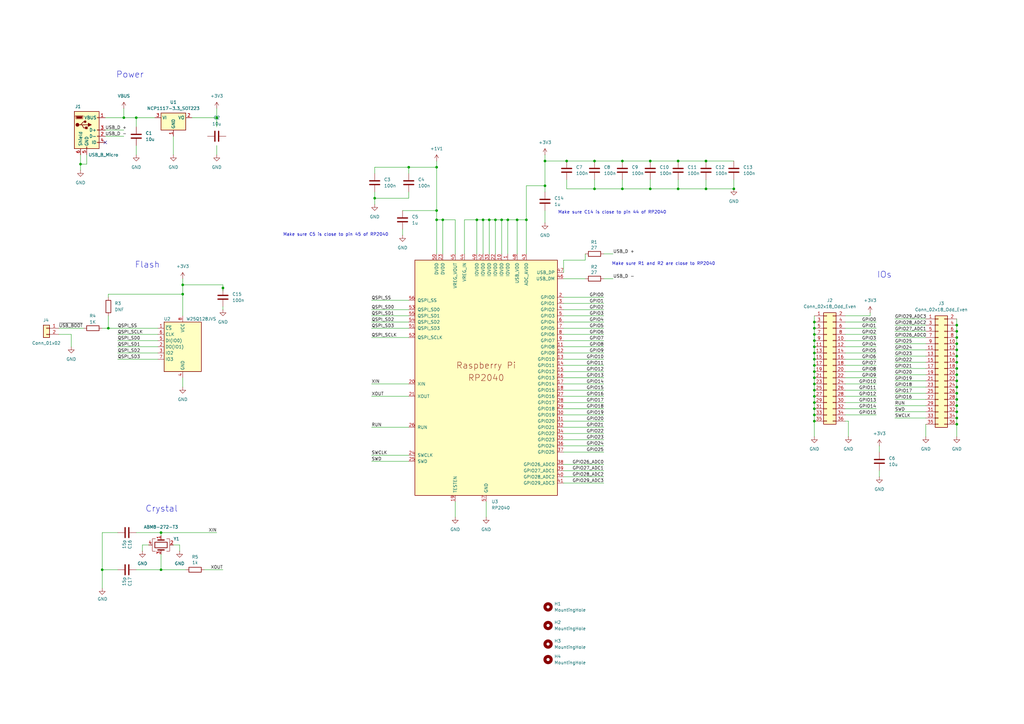
<source format=kicad_sch>
(kicad_sch (version 20231120) (generator "eeschema") (generator_version "8.0")
  (paper "A3")
  (title_block (title "RP2040 Test Build") (date "2025-06-22") (rev "REV1") (company "Retrofactory"))
  (lib_symbols
    (symbol "Connector:USB_B_Micro" (pin_names (offset 1.016))
      (property "Reference" "J" (at -5.08 11.43 0))
      (property "Value" "USB_B_Micro" (at -5.08 8.89 0))
      (symbol "USB_B_Micro_1_1"
        (pin power_out line (at 7.62 5.08 180) (length 2.54) (name "VBUS") (number "1"))
        (pin bidirectional line (at 7.62 -2.54 180) (length 2.54) (name "D-") (number "2"))
        (pin bidirectional line (at 7.62 0 180) (length 2.54) (name "D+") (number "3"))
        (pin passive line (at 7.62 -5.08 180) (length 2.54) (name "ID") (number "4"))
        (pin power_out line (at 0 -10.16 90) (length 2.54) (name "GND") (number "5"))
        (pin passive line (at -2.54 -10.16 90) (length 2.54) (name "Shield") (number "6"))
      )
    )
    (symbol "Connector_Generic:Conn_01x02" (pin_names (offset 1.016) hide)
      (property "Reference" "J" (at 0 2.54 0))
      (property "Value" "Conn_01x02" (at 0 -5.08 0))
      (symbol "Conn_01x02_1_1"
        (pin passive line (at -5.08 0 0) (length 3.81) (name "Pin_1") (number "1"))
        (pin passive line (at -5.08 -2.54 0) (length 3.81) (name "Pin_2") (number "2"))
      )
    )
    (symbol "Connector_Generic:Conn_02x18_Odd_Even" (pin_names (offset 1.016) hide)
      (property "Reference" "J" (at 1.27 22.86 0))
      (property "Value" "Conn_02x18_Odd_Even" (at 1.27 -25.4 0))
      (symbol "Conn_02x18_Odd_Even_1_1"
        (pin passive line (at -5.08 20.32 0) (length 3.81) (name "Pin_1") (number "1"))
        (pin passive line (at 7.62 10.16 180) (length 3.81) (name "Pin_10") (number "10"))
        (pin passive line (at -5.08 7.62 0) (length 3.81) (name "Pin_11") (number "11"))
        (pin passive line (at 7.62 7.62 180) (length 3.81) (name "Pin_12") (number "12"))
        (pin passive line (at -5.08 5.08 0) (length 3.81) (name "Pin_13") (number "13"))
        (pin passive line (at 7.62 5.08 180) (length 3.81) (name "Pin_14") (number "14"))
        (pin passive line (at -5.08 2.54 0) (length 3.81) (name "Pin_15") (number "15"))
        (pin passive line (at 7.62 2.54 180) (length 3.81) (name "Pin_16") (number "16"))
        (pin passive line (at -5.08 0 0) (length 3.81) (name "Pin_17") (number "17"))
        (pin passive line (at 7.62 0 180) (length 3.81) (name "Pin_18") (number "18"))
        (pin passive line (at -5.08 -2.54 0) (length 3.81) (name "Pin_19") (number "19"))
        (pin passive line (at 7.62 20.32 180) (length 3.81) (name "Pin_2") (number "2"))
        (pin passive line (at 7.62 -2.54 180) (length 3.81) (name "Pin_20") (number "20"))
        (pin passive line (at -5.08 -5.08 0) (length 3.81) (name "Pin_21") (number "21"))
        (pin passive line (at 7.62 -5.08 180) (length 3.81) (name "Pin_22") (number "22"))
        (pin passive line (at -5.08 -7.62 0) (length 3.81) (name "Pin_23") (number "23"))
        (pin passive line (at 7.62 -7.62 180) (length 3.81) (name "Pin_24") (number "24"))
        (pin passive line (at -5.08 -10.16 0) (length 3.81) (name "Pin_25") (number "25"))
        (pin passive line (at 7.62 -10.16 180) (length 3.81) (name "Pin_26") (number "26"))
        (pin passive line (at -5.08 -12.7 0) (length 3.81) (name "Pin_27") (number "27"))
        (pin passive line (at 7.62 -12.7 180) (length 3.81) (name "Pin_28") (number "28"))
        (pin passive line (at -5.08 -15.24 0) (length 3.81) (name "Pin_29") (number "29"))
        (pin passive line (at -5.08 17.78 0) (length 3.81) (name "Pin_3") (number "3"))
        (pin passive line (at 7.62 -15.24 180) (length 3.81) (name "Pin_30") (number "30"))
        (pin passive line (at -5.08 -17.78 0) (length 3.81) (name "Pin_31") (number "31"))
        (pin passive line (at 7.62 -17.78 180) (length 3.81) (name "Pin_32") (number "32"))
        (pin passive line (at -5.08 -20.32 0) (length 3.81) (name "Pin_33") (number "33"))
        (pin passive line (at 7.62 -20.32 180) (length 3.81) (name "Pin_34") (number "34"))
        (pin passive line (at -5.08 -22.86 0) (length 3.81) (name "Pin_35") (number "35"))
        (pin passive line (at 7.62 -22.86 180) (length 3.81) (name "Pin_36") (number "36"))
        (pin passive line (at 7.62 17.78 180) (length 3.81) (name "Pin_4") (number "4"))
        (pin passive line (at -5.08 15.24 0) (length 3.81) (name "Pin_5") (number "5"))
        (pin passive line (at 7.62 15.24 180) (length 3.81) (name "Pin_6") (number "6"))
        (pin passive line (at -5.08 12.7 0) (length 3.81) (name "Pin_7") (number "7"))
        (pin passive line (at 7.62 12.7 180) (length 3.81) (name "Pin_8") (number "8"))
        (pin passive line (at -5.08 10.16 0) (length 3.81) (name "Pin_9") (number "9"))
      )
    )
    (symbol "Device:C" (pin_numbers hide) (pin_names (offset 0.254))
      (property "Reference" "C" (at 0.635 2.54 0))
      (property "Value" "C" (at 0.635 -2.54 0))
      (symbol "C_1_1"
        (pin passive line (at 0 3.81 270) (length 2.794) (name "~") (number "1"))
        (pin passive line (at 0 -3.81 90) (length 2.794) (name "~") (number "2"))
      )
    )
    (symbol "Device:Crystal_GND24" (pin_names (offset 1.016) hide)
      (property "Reference" "Y1" (at -2.54 5.08 90))
      (property "Value" "ABM8-272-T3" (at -7.62 -6.35 90))
      (symbol "Crystal_GND24_1_1"
        (pin passive line (at -3.81 0 0) (length 1.27) (name "1") (number "1"))
        (pin passive line (at 0 5.08 270) (length 1.27) (name "2") (number "2"))
        (pin passive line (at 3.81 0 180) (length 1.27) (name "3") (number "3"))
        (pin passive line (at 0 -5.08 90) (length 1.27) (name "4") (number "4"))
      )
    )
    (symbol "Device:R" (pin_numbers hide) (pin_names (offset 0))
      (property "Reference" "R" (at 2.032 0 90))
      (property "Value" "R" (at 0 0 90))
      (symbol "R_1_1"
        (pin passive line (at 0 3.81 270) (length 1.27) (name "~") (number "1"))
        (pin passive line (at 0 -3.81 90) (length 1.27) (name "~") (number "2"))
      )
    )
    (symbol "Mechanical:MountingHole" (pin_names (offset 1.016)) (exclude_from_sim yes) (in_bom no)
      (property "Reference" "H" (at 0 5.08 0))
      (property "Value" "MountingHole" (at 0 3.175 0))
    )
    (symbol "Memory_Flash:W25Q128JVS"
      (property "Reference" "U" (at -6.35 11.43 0))
      (property "Value" "W25Q128JVS" (at 7.62 11.43 0))
      (symbol "W25Q128JVS_1_1"
        (pin input line (at -10.16 7.62 0) (length 2.54) (name "~{CS}") (number "1"))
        (pin bidirectional line (at -10.16 0 0) (length 2.54) (name "DO(IO1)") (number "2"))
        (pin bidirectional line (at -10.16 -2.54 0) (length 2.54) (name "IO2") (number "3"))
        (pin power_in line (at 0 -12.7 90) (length 2.54) (name "GND") (number "4"))
        (pin bidirectional line (at -10.16 2.54 0) (length 2.54) (name "DI(IO0)") (number "5"))
        (pin input line (at -10.16 5.08 0) (length 2.54) (name "CLK") (number "6"))
        (pin bidirectional line (at -10.16 -5.08 0) (length 2.54) (name "IO3") (number "7"))
        (pin power_in line (at 0 12.7 270) (length 2.54) (name "VCC") (number "8"))
      )
    )
    (symbol "RP2040_MCU_New:RP2040" (pin_names (offset 1.016))
      (property "Reference" "U2" (at -27.94 49.53 0))
      (property "Value" "RP2040" (at 24.13 -50.8 0))
      (symbol "RP2040_0_0"
        (text "Raspberry Pi" (at 0 5.08 0) (effects (font (size 2.54 2.54))))
        (text "RP2040" (at 0 0 0) (effects (font (size 2.54 2.54))))
      )
      (symbol "RP2040_1_1"
        (pin power_in line (at 8.89 50.8 270) (length 2.54) (name "IOVDD") (number "1"))
        (pin power_in line (at 6.35 50.8 270) (length 2.54) (name "IOVDD") (number "10"))
        (pin bidirectional line (at 31.75 12.7 180) (length 2.54) (name "GPIO8") (number "11"))
        (pin bidirectional line (at 31.75 10.16 180) (length 2.54) (name "GPIO9") (number "12"))
        (pin bidirectional line (at 31.75 7.62 180) (length 2.54) (name "GPIO10") (number "13"))
        (pin bidirectional line (at 31.75 5.08 180) (length 2.54) (name "GPIO11") (number "14"))
        (pin bidirectional line (at 31.75 2.54 180) (length 2.54) (name "GPIO12") (number "15"))
        (pin bidirectional line (at 31.75 0 180) (length 2.54) (name "GPIO13") (number "16"))
        (pin bidirectional line (at 31.75 -2.54 180) (length 2.54) (name "GPIO14") (number "17"))
        (pin bidirectional line (at 31.75 -5.08 180) (length 2.54) (name "GPIO15") (number "18"))
        (pin passive line (at -12.7 -50.8 90) (length 2.54) (name "TESTEN") (number "19"))
        (pin bidirectional line (at 31.75 33.02 180) (length 2.54) (name "GPIO0") (number "2"))
        (pin input line (at -31.75 -2.54 0) (length 2.54) (name "XIN") (number "20"))
        (pin passive line (at -31.75 -7.62 0) (length 2.54) (name "XOUT") (number "21"))
        (pin power_in line (at 3.81 50.8 270) (length 2.54) (name "IOVDD") (number "22"))
        (pin power_in line (at -17.78 50.8 270) (length 2.54) (name "DVDD") (number "23"))
        (pin output line (at -31.75 -31.75 0) (length 2.54) (name "SWCLK") (number "24"))
        (pin bidirectional line (at -31.75 -34.29 0) (length 2.54) (name "SWD") (number "25"))
        (pin input line (at -31.75 -20.32 0) (length 2.54) (name "RUN") (number "26"))
        (pin bidirectional line (at 31.75 -7.62 180) (length 2.54) (name "GPIO16") (number "27"))
        (pin bidirectional line (at 31.75 -10.16 180) (length 2.54) (name "GPIO17") (number "28"))
        (pin bidirectional line (at 31.75 -12.7 180) (length 2.54) (name "GPIO18") (number "29"))
        (pin bidirectional line (at 31.75 30.48 180) (length 2.54) (name "GPIO1") (number "3"))
        (pin bidirectional line (at 31.75 -15.24 180) (length 2.54) (name "GPIO19") (number "30"))
        (pin bidirectional line (at 31.75 -17.78 180) (length 2.54) (name "GPIO20") (number "31"))
        (pin bidirectional line (at 31.75 -20.32 180) (length 2.54) (name "GPIO21") (number "32"))
        (pin power_in line (at 1.27 50.8 270) (length 2.54) (name "IOVDD") (number "33"))
        (pin bidirectional line (at 31.75 -22.86 180) (length 2.54) (name "GPIO22") (number "34"))
        (pin bidirectional line (at 31.75 -25.4 180) (length 2.54) (name "GPIO23") (number "35"))
        (pin bidirectional line (at 31.75 -27.94 180) (length 2.54) (name "GPIO24") (number "36"))
        (pin bidirectional line (at 31.75 -30.48 180) (length 2.54) (name "GPIO25") (number "37"))
        (pin bidirectional line (at 31.75 -35.56 180) (length 2.54) (name "GPIO26_ADC0") (number "38"))
        (pin bidirectional line (at 31.75 -38.1 180) (length 2.54) (name "GPIO27_ADC1") (number "39"))
        (pin bidirectional line (at 31.75 27.94 180) (length 2.54) (name "GPIO2") (number "4"))
        (pin bidirectional line (at 31.75 -40.64 180) (length 2.54) (name "GPIO28_ADC2") (number "40"))
        (pin bidirectional line (at 31.75 -43.18 180) (length 2.54) (name "GPIO29_ADC3") (number "41"))
        (pin power_in line (at -1.27 50.8 270) (length 2.54) (name "IOVDD") (number "42"))
        (pin power_in line (at 16.51 50.8 270) (length 2.54) (name "ADC_AVDD") (number "43"))
        (pin power_in line (at -8.89 50.8 270) (length 2.54) (name "VREG_IN") (number "44"))
        (pin power_out line (at -12.7 50.8 270) (length 2.54) (name "VREG_VOUT") (number "45"))
        (pin bidirectional line (at 31.75 40.64 180) (length 2.54) (name "USB_DM") (number "46"))
        (pin bidirectional line (at 31.75 43.18 180) (length 2.54) (name "USB_DP") (number "47"))
        (pin power_in line (at 12.7 50.8 270) (length 2.54) (name "USB_VDD") (number "48"))
        (pin power_in line (at -3.81 50.8 270) (length 2.54) (name "IOVDD") (number "49"))
        (pin bidirectional line (at 31.75 25.4 180) (length 2.54) (name "GPIO3") (number "5"))
        (pin power_in line (at -20.32 50.8 270) (length 2.54) (name "DVDD") (number "50"))
        (pin bidirectional line (at -31.75 20.32 0) (length 2.54) (name "QSPI_SD3") (number "51"))
        (pin output line (at -31.75 16.51 0) (length 2.54) (name "QSPI_SCLK") (number "52"))
        (pin bidirectional line (at -31.75 27.94 0) (length 2.54) (name "QSPI_SD0") (number "53"))
        (pin bidirectional line (at -31.75 22.86 0) (length 2.54) (name "QSPI_SD2") (number "54"))
        (pin bidirectional line (at -31.75 25.4 0) (length 2.54) (name "QSPI_SD1") (number "55"))
        (pin bidirectional line (at -31.75 31.75 0) (length 2.54) (name "QSPI_SS") (number "56"))
        (pin power_in line (at 0 -50.8 90) (length 2.54) (name "GND") (number "57"))
        (pin bidirectional line (at 31.75 22.86 180) (length 2.54) (name "GPIO4") (number "6"))
        (pin bidirectional line (at 31.75 20.32 180) (length 2.54) (name "GPIO5") (number "7"))
        (pin bidirectional line (at 31.75 17.78 180) (length 2.54) (name "GPIO6") (number "8"))
        (pin bidirectional line (at 31.75 15.24 180) (length 2.54) (name "GPIO7") (number "9"))
      )
    )
    (symbol "Regulator_Linear:NCP1117-3.3_SOT223"
      (property "Reference" "U" (at -3.81 3.175 0))
      (property "Value" "NCP1117-3.3_SOT223" (at 0 3.175 0))
      (symbol "NCP1117-3.3_SOT223_1_1"
        (pin power_in line (at 0 -7.62 90) (length 2.54) (name "GND") (number "1"))
        (pin power_out line (at 7.62 0 180) (length 2.54) (name "VO") (number "2"))
        (pin power_in line (at -7.62 0 0) (length 2.54) (name "VI") (number "3"))
      )
    )
    (symbol "power:GND" (power) (pin_numbers hide) (pin_names (offset 0) hide)
      (property "Value" "GND" (at 0 -3.81 0))
      (symbol "GND_1_1"
        (pin power_in line (at 0 0 270) (length 0) (name "~") (number "1"))
      )
    )
    (symbol "power:VBUS" (power) (pin_numbers hide) (pin_names (offset 0) hide)
      (property "Value" "VBUS" (at 0 3.556 0))
      (symbol "VBUS_1_1"
        (pin power_in line (at 0 0 90) (length 0) (name "~") (number "1"))
      )
    )
  )
  (junction (at 334.01 137.16))
  (junction (at 392.43 133.35))
  (junction (at 392.43 151.13))
  (junction (at 66.04 233.68))
  (junction (at 392.43 135.89))
  (junction (at 198.12 90.17))
  (junction (at 255.27 66.04))
  (junction (at 334.01 165.1))
  (junction (at 334.01 144.78))
  (junction (at 179.07 90.17))
  (junction (at 289.56 66.04))
  (junction (at 179.07 86.36))
  (junction (at 392.43 148.59))
  (junction (at 334.01 170.18))
  (junction (at 392.43 173.99))
  (junction (at 255.27 77.47))
  (junction (at 195.58 90.17))
  (junction (at 232.41 66.04))
  (junction (at 243.84 77.47))
  (junction (at 334.01 132.08))
  (junction (at 266.7 77.47))
  (junction (at 392.43 156.21))
  (junction (at 392.43 158.75))
  (junction (at 334.01 172.72))
  (junction (at 266.7 66.04))
  (junction (at 203.2 90.17))
  (junction (at 392.43 171.45))
  (junction (at 243.84 66.04))
  (junction (at 334.01 162.56))
  (junction (at 334.01 147.32))
  (junction (at 153.67 81.28))
  (junction (at 205.74 90.17))
  (junction (at 278.13 66.04))
  (junction (at 392.43 138.43))
  (junction (at 392.43 166.37))
  (junction (at 289.56 77.47))
  (junction (at 334.01 157.48))
  (junction (at 66.04 218.44))
  (junction (at 200.66 90.17))
  (junction (at 215.9 90.17))
  (junction (at 41.91 233.68))
  (junction (at 223.52 66.04))
  (junction (at 334.01 134.62))
  (junction (at 392.43 140.97))
  (junction (at 334.01 149.86))
  (junction (at 50.8 48.26))
  (junction (at 212.09 90.17))
  (junction (at 334.01 160.02))
  (junction (at 392.43 161.29))
  (junction (at 74.93 116.84))
  (junction (at 392.43 153.67))
  (junction (at 88.9 48.26))
  (junction (at 334.01 167.64))
  (junction (at 44.45 134.62))
  (junction (at 181.61 90.17))
  (junction (at 334.01 154.94))
  (junction (at 167.64 68.58))
  (junction (at 223.52 76.2))
  (junction (at 334.01 142.24))
  (junction (at 392.43 143.51))
  (junction (at 91.44 118.11))
  (junction (at 392.43 168.91))
  (junction (at 278.13 77.47))
  (junction (at 334.01 139.7))
  (junction (at 74.93 120.65))
  (junction (at 334.01 152.4))
  (junction (at 55.88 48.26))
  (junction (at 33.02 67.31))
  (junction (at 392.43 163.83))
  (junction (at 179.07 68.58))
  (junction (at 208.28 90.17))
  (junction (at 300.99 77.47))
  (junction (at 392.43 146.05))
  (no_connect (at 43.18 58.42))
  (wire (pts (xy 152.4 157.48) (xy 167.64 157.48)))
  (wire (pts (xy 359.41 170.18) (xy 346.71 170.18)))
  (wire (pts (xy 64.77 147.32) (xy 48.26 147.32)))
  (wire (pts (xy 55.88 52.07) (xy 55.88 48.26)))
  (wire (pts (xy 64.77 139.7) (xy 48.26 139.7)))
  (wire (pts (xy 359.41 154.94) (xy 346.71 154.94)))
  (wire (pts (xy 231.14 193.04) (xy 247.65 193.04)))
  (wire (pts (xy 360.68 182.88) (xy 360.68 185.42)))
  (wire (pts (xy 359.41 132.08) (xy 346.71 132.08)))
  (wire (pts (xy 152.4 162.56) (xy 167.64 162.56)))
  (wire (pts (xy 392.43 140.97) (xy 392.43 143.51)))
  (wire (pts (xy 231.14 129.54) (xy 247.65 129.54)))
  (wire (pts (xy 334.01 170.18) (xy 334.01 172.72)))
  (wire (pts (xy 334.01 144.78) (xy 334.01 147.32)))
  (wire (pts (xy 379.73 173.99) (xy 379.73 179.07)))
  (wire (pts (xy 205.74 90.17) (xy 205.74 104.14)))
  (wire (pts (xy 359.41 142.24) (xy 346.71 142.24)))
  (wire (pts (xy 91.44 118.11) (xy 91.44 116.84)))
  (wire (pts (xy 152.4 129.54) (xy 167.64 129.54)))
  (wire (pts (xy 198.12 90.17) (xy 200.66 90.17)))
  (wire (pts (xy 231.14 149.86) (xy 247.65 149.86)))
  (wire (pts (xy 91.44 116.84) (xy 74.93 116.84)))
  (wire (pts (xy 334.01 134.62) (xy 334.01 137.16)))
  (wire (pts (xy 167.64 68.58) (xy 179.07 68.58)))
  (wire (pts (xy 73.66 223.52) (xy 73.66 226.06)))
  (wire (pts (xy 392.43 148.59) (xy 392.43 151.13)))
  (wire (pts (xy 33.02 63.5) (xy 33.02 67.31)))
  (wire (pts (xy 300.99 73.66) (xy 300.99 77.47)))
  (wire (pts (xy 231.14 167.64) (xy 247.65 167.64)))
  (wire (pts (xy 334.01 147.32) (xy 334.01 149.86)))
  (wire (pts (xy 247.65 104.14) (xy 251.46 104.14)))
  (wire (pts (xy 231.14 160.02) (xy 247.65 160.02)))
  (wire (pts (xy 231.14 172.72) (xy 247.65 172.72)))
  (wire (pts (xy 205.74 90.17) (xy 208.28 90.17)))
  (wire (pts (xy 167.64 78.74) (xy 167.64 81.28)))
  (wire (pts (xy 41.91 233.68) (xy 48.26 233.68)))
  (wire (pts (xy 231.14 106.68) (xy 231.14 111.76)))
  (wire (pts (xy 74.93 116.84) (xy 74.93 120.65)))
  (wire (pts (xy 379.73 153.67) (xy 367.03 153.67)))
  (wire (pts (xy 392.43 171.45) (xy 392.43 173.99)))
  (wire (pts (xy 231.14 177.8) (xy 247.65 177.8)))
  (wire (pts (xy 231.14 165.1) (xy 247.65 165.1)))
  (wire (pts (xy 359.41 149.86) (xy 346.71 149.86)))
  (wire (pts (xy 64.77 142.24) (xy 48.26 142.24)))
  (wire (pts (xy 152.4 134.62) (xy 167.64 134.62)))
  (wire (pts (xy 50.8 48.26) (xy 55.88 48.26)))
  (wire (pts (xy 359.41 160.02) (xy 346.71 160.02)))
  (wire (pts (xy 232.41 77.47) (xy 243.84 77.47)))
  (wire (pts (xy 74.93 120.65) (xy 74.93 129.54)))
  (wire (pts (xy 247.65 114.3) (xy 251.46 114.3)))
  (wire (pts (xy 360.68 193.04) (xy 360.68 195.58)))
  (wire (pts (xy 278.13 73.66) (xy 278.13 77.47)))
  (wire (pts (xy 29.21 137.16) (xy 29.21 142.24)))
  (wire (pts (xy 334.01 172.72) (xy 334.01 179.07)))
  (wire (pts (xy 243.84 77.47) (xy 255.27 77.47)))
  (wire (pts (xy 231.14 124.46) (xy 247.65 124.46)))
  (wire (pts (xy 88.9 59.69) (xy 88.9 63.5)))
  (wire (pts (xy 55.88 48.26) (xy 63.5 48.26)))
  (wire (pts (xy 379.73 140.97) (xy 367.03 140.97)))
  (wire (pts (xy 392.43 135.89) (xy 392.43 138.43)))
  (wire (pts (xy 231.14 185.42) (xy 247.65 185.42)))
  (wire (pts (xy 66.04 218.44) (xy 88.9 218.44)))
  (wire (pts (xy 231.14 132.08) (xy 247.65 132.08)))
  (wire (pts (xy 181.61 90.17) (xy 179.07 90.17)))
  (wire (pts (xy 334.01 152.4) (xy 334.01 154.94)))
  (wire (pts (xy 44.45 134.62) (xy 64.77 134.62)))
  (wire (pts (xy 392.43 158.75) (xy 392.43 161.29)))
  (wire (pts (xy 255.27 77.47) (xy 266.7 77.47)))
  (wire (pts (xy 195.58 90.17) (xy 198.12 90.17)))
  (wire (pts (xy 231.14 190.5) (xy 247.65 190.5)))
  (wire (pts (xy 266.7 73.66) (xy 266.7 77.47)))
  (wire (pts (xy 152.4 127) (xy 167.64 127)))
  (wire (pts (xy 152.4 186.69) (xy 167.64 186.69)))
  (wire (pts (xy 392.43 166.37) (xy 392.43 168.91)))
  (wire (pts (xy 347.98 172.72) (xy 347.98 179.07)))
  (wire (pts (xy 231.14 195.58) (xy 247.65 195.58)))
  (wire (pts (xy 231.14 154.94) (xy 247.65 154.94)))
  (wire (pts (xy 379.73 156.21) (xy 367.03 156.21)))
  (wire (pts (xy 379.73 148.59) (xy 367.03 148.59)))
  (wire (pts (xy 392.43 143.51) (xy 392.43 146.05)))
  (wire (pts (xy 223.52 63.5) (xy 223.52 66.04)))
  (wire (pts (xy 215.9 76.2) (xy 223.52 76.2)))
  (wire (pts (xy 153.67 68.58) (xy 167.64 68.58)))
  (wire (pts (xy 60.96 223.52) (xy 58.42 223.52)))
  (wire (pts (xy 41.91 134.62) (xy 44.45 134.62)))
  (wire (pts (xy 44.45 120.65) (xy 74.93 120.65)))
  (wire (pts (xy 199.39 205.74) (xy 199.39 212.09)))
  (wire (pts (xy 278.13 66.04) (xy 289.56 66.04)))
  (wire (pts (xy 232.41 73.66) (xy 232.41 77.47)))
  (wire (pts (xy 212.09 90.17) (xy 212.09 104.14)))
  (wire (pts (xy 153.67 78.74) (xy 153.67 81.28)))
  (wire (pts (xy 231.14 147.32) (xy 247.65 147.32)))
  (wire (pts (xy 66.04 227.33) (xy 66.04 233.68)))
  (wire (pts (xy 231.14 106.68) (xy 240.03 106.68)))
  (wire (pts (xy 334.01 167.64) (xy 334.01 170.18)))
  (wire (pts (xy 379.73 146.05) (xy 367.03 146.05)))
  (wire (pts (xy 231.14 114.3) (xy 240.03 114.3)))
  (wire (pts (xy 152.4 132.08) (xy 167.64 132.08)))
  (wire (pts (xy 356.87 129.54) (xy 356.87 128.27)))
  (wire (pts (xy 255.27 73.66) (xy 255.27 77.47)))
  (wire (pts (xy 179.07 66.04) (xy 179.07 68.58)))
  (wire (pts (xy 334.01 132.08) (xy 334.01 134.62)))
  (wire (pts (xy 379.73 143.51) (xy 367.03 143.51)))
  (wire (pts (xy 198.12 90.17) (xy 198.12 104.14)))
  (wire (pts (xy 379.73 171.45) (xy 367.03 171.45)))
  (wire (pts (xy 71.12 223.52) (xy 73.66 223.52)))
  (wire (pts (xy 215.9 90.17) (xy 215.9 104.14)))
  (wire (pts (xy 379.73 158.75) (xy 367.03 158.75)))
  (wire (pts (xy 153.67 68.58) (xy 153.67 71.12)))
  (wire (pts (xy 231.14 144.78) (xy 247.65 144.78)))
  (wire (pts (xy 24.13 134.62) (xy 34.29 134.62)))
  (wire (pts (xy 41.91 233.68) (xy 41.91 241.3)))
  (wire (pts (xy 334.01 137.16) (xy 334.01 139.7)))
  (wire (pts (xy 334.01 160.02) (xy 334.01 162.56)))
  (wire (pts (xy 392.43 138.43) (xy 392.43 140.97)))
  (wire (pts (xy 186.69 90.17) (xy 181.61 90.17)))
  (wire (pts (xy 35.56 63.5) (xy 35.56 67.31)))
  (wire (pts (xy 66.04 233.68) (xy 76.2 233.68)))
  (wire (pts (xy 44.45 129.54) (xy 44.45 134.62)))
  (wire (pts (xy 43.18 55.88) (xy 50.8 55.88)))
  (wire (pts (xy 231.14 157.48) (xy 247.65 157.48)))
  (wire (pts (xy 179.07 68.58) (xy 179.07 86.36)))
  (wire (pts (xy 165.1 86.36) (xy 179.07 86.36)))
  (wire (pts (xy 392.43 153.67) (xy 392.43 156.21)))
  (wire (pts (xy 334.01 157.48) (xy 334.01 160.02)))
  (wire (pts (xy 346.71 172.72) (xy 347.98 172.72)))
  (wire (pts (xy 392.43 133.35) (xy 392.43 135.89)))
  (wire (pts (xy 379.73 135.89) (xy 367.03 135.89)))
  (wire (pts (xy 152.4 138.43) (xy 167.64 138.43)))
  (wire (pts (xy 392.43 161.29) (xy 392.43 163.83)))
  (wire (pts (xy 200.66 90.17) (xy 200.66 104.14)))
  (wire (pts (xy 392.43 163.83) (xy 392.43 166.37)))
  (wire (pts (xy 240.03 106.68) (xy 240.03 104.14)))
  (wire (pts (xy 379.73 161.29) (xy 367.03 161.29)))
  (wire (pts (xy 43.18 53.34) (xy 50.8 53.34)))
  (wire (pts (xy 346.71 129.54) (xy 356.87 129.54)))
  (wire (pts (xy 379.73 151.13) (xy 367.03 151.13)))
  (wire (pts (xy 392.43 156.21) (xy 392.43 158.75)))
  (wire (pts (xy 359.41 147.32) (xy 346.71 147.32)))
  (wire (pts (xy 266.7 66.04) (xy 278.13 66.04)))
  (wire (pts (xy 58.42 223.52) (xy 58.42 226.06)))
  (wire (pts (xy 181.61 104.14) (xy 181.61 90.17)))
  (wire (pts (xy 392.43 173.99) (xy 392.43 179.07)))
  (wire (pts (xy 243.84 66.04) (xy 255.27 66.04)))
  (wire (pts (xy 379.73 133.35) (xy 367.03 133.35)))
  (wire (pts (xy 64.77 144.78) (xy 48.26 144.78)))
  (wire (pts (xy 334.01 129.54) (xy 334.01 132.08)))
  (wire (pts (xy 55.88 233.68) (xy 66.04 233.68)))
  (wire (pts (xy 215.9 90.17) (xy 215.9 76.2)))
  (wire (pts (xy 231.14 142.24) (xy 247.65 142.24)))
  (wire (pts (xy 231.14 127) (xy 247.65 127)))
  (wire (pts (xy 223.52 76.2) (xy 223.52 78.74)))
  (wire (pts (xy 78.74 48.26) (xy 88.9 48.26)))
  (wire (pts (xy 44.45 120.65) (xy 44.45 121.92)))
  (wire (pts (xy 359.41 157.48) (xy 346.71 157.48)))
  (wire (pts (xy 289.56 73.66) (xy 289.56 77.47)))
  (wire (pts (xy 231.14 198.12) (xy 247.65 198.12)))
  (wire (pts (xy 266.7 77.47) (xy 278.13 77.47)))
  (wire (pts (xy 48.26 137.16) (xy 64.77 137.16)))
  (wire (pts (xy 24.13 137.16) (xy 29.21 137.16)))
  (wire (pts (xy 165.1 93.98) (xy 165.1 96.52)))
  (wire (pts (xy 190.5 90.17) (xy 195.58 90.17)))
  (wire (pts (xy 231.14 137.16) (xy 247.65 137.16)))
  (wire (pts (xy 379.73 166.37) (xy 367.03 166.37)))
  (wire (pts (xy 231.14 175.26) (xy 247.65 175.26)))
  (wire (pts (xy 153.67 81.28) (xy 153.67 83.82)))
  (wire (pts (xy 334.01 162.56) (xy 334.01 165.1)))
  (wire (pts (xy 289.56 77.47) (xy 300.99 77.47)))
  (wire (pts (xy 231.14 134.62) (xy 247.65 134.62)))
  (wire (pts (xy 392.43 146.05) (xy 392.43 148.59)))
  (wire (pts (xy 186.69 205.74) (xy 186.69 212.09)))
  (wire (pts (xy 379.73 130.81) (xy 367.03 130.81)))
  (wire (pts (xy 255.27 66.04) (xy 266.7 66.04)))
  (wire (pts (xy 359.41 162.56) (xy 346.71 162.56)))
  (wire (pts (xy 359.41 165.1) (xy 346.71 165.1)))
  (wire (pts (xy 83.82 233.68) (xy 91.44 233.68)))
  (wire (pts (xy 223.52 66.04) (xy 232.41 66.04)))
  (wire (pts (xy 167.64 68.58) (xy 167.64 71.12)))
  (wire (pts (xy 33.02 67.31) (xy 35.56 67.31)))
  (wire (pts (xy 334.01 165.1) (xy 334.01 167.64)))
  (wire (pts (xy 195.58 104.14) (xy 195.58 90.17)))
  (wire (pts (xy 152.4 123.19) (xy 167.64 123.19)))
  (wire (pts (xy 74.93 154.94) (xy 74.93 158.75)))
  (wire (pts (xy 41.91 218.44) (xy 41.91 233.68)))
  (wire (pts (xy 359.41 134.62) (xy 346.71 134.62)))
  (wire (pts (xy 334.01 142.24) (xy 334.01 144.78)))
  (wire (pts (xy 208.28 90.17) (xy 208.28 104.14)))
  (wire (pts (xy 223.52 66.04) (xy 223.52 76.2)))
  (wire (pts (xy 88.9 48.26) (xy 88.9 52.07)))
  (wire (pts (xy 334.01 154.94) (xy 334.01 157.48)))
  (wire (pts (xy 55.88 59.69) (xy 55.88 63.5)))
  (wire (pts (xy 203.2 90.17) (xy 203.2 104.14)))
  (wire (pts (xy 223.52 86.36) (xy 223.52 91.44)))
  (wire (pts (xy 379.73 168.91) (xy 367.03 168.91)))
  (wire (pts (xy 231.14 170.18) (xy 247.65 170.18)))
  (wire (pts (xy 334.01 149.86) (xy 334.01 152.4)))
  (wire (pts (xy 66.04 218.44) (xy 66.04 219.71)))
  (wire (pts (xy 232.41 66.04) (xy 243.84 66.04)))
  (wire (pts (xy 392.43 168.91) (xy 392.43 171.45)))
  (wire (pts (xy 379.73 138.43) (xy 367.03 138.43)))
  (wire (pts (xy 43.18 48.26) (xy 50.8 48.26)))
  (wire (pts (xy 212.09 90.17) (xy 215.9 90.17)))
  (wire (pts (xy 243.84 73.66) (xy 243.84 77.47)))
  (wire (pts (xy 231.14 180.34) (xy 247.65 180.34)))
  (wire (pts (xy 190.5 104.14) (xy 190.5 90.17)))
  (wire (pts (xy 152.4 175.26) (xy 167.64 175.26)))
  (wire (pts (xy 334.01 139.7) (xy 334.01 142.24)))
  (wire (pts (xy 231.14 139.7) (xy 247.65 139.7)))
  (wire (pts (xy 203.2 90.17) (xy 205.74 90.17)))
  (wire (pts (xy 48.26 218.44) (xy 41.91 218.44)))
  (wire (pts (xy 179.07 86.36) (xy 179.07 90.17)))
  (wire (pts (xy 200.66 90.17) (xy 203.2 90.17)))
  (wire (pts (xy 359.41 137.16) (xy 346.71 137.16)))
  (wire (pts (xy 278.13 77.47) (xy 289.56 77.47)))
  (wire (pts (xy 179.07 90.17) (xy 179.07 104.14)))
  (wire (pts (xy 88.9 44.45) (xy 88.9 48.26)))
  (wire (pts (xy 208.28 90.17) (xy 212.09 90.17)))
  (wire (pts (xy 379.73 163.83) (xy 367.03 163.83)))
  (wire (pts (xy 152.4 189.23) (xy 167.64 189.23)))
  (wire (pts (xy 231.14 121.92) (xy 247.65 121.92)))
  (wire (pts (xy 359.41 139.7) (xy 346.71 139.7)))
  (wire (pts (xy 91.44 125.73) (xy 91.44 127)))
  (wire (pts (xy 55.88 218.44) (xy 66.04 218.44)))
  (wire (pts (xy 392.43 151.13) (xy 392.43 153.67)))
  (wire (pts (xy 359.41 167.64) (xy 346.71 167.64)))
  (wire (pts (xy 359.41 152.4) (xy 346.71 152.4)))
  (wire (pts (xy 71.12 55.88) (xy 71.12 63.5)))
  (wire (pts (xy 167.64 81.28) (xy 153.67 81.28)))
  (wire (pts (xy 91.44 119.38) (xy 91.44 118.11)))
  (wire (pts (xy 33.02 67.31) (xy 33.02 69.85)))
  (wire (pts (xy 186.69 104.14) (xy 186.69 90.17)))
  (wire (pts (xy 289.56 66.04) (xy 300.99 66.04)))
  (wire (pts (xy 392.43 130.81) (xy 392.43 133.35)))
  (wire (pts (xy 50.8 48.26) (xy 50.8 44.45)))
  (wire (pts (xy 74.93 114.3) (xy 74.93 116.84)))
  (wire (pts (xy 231.14 162.56) (xy 247.65 162.56)))
  (wire (pts (xy 359.41 144.78) (xy 346.71 144.78)))
  (wire (pts (xy 231.14 182.88) (xy 247.65 182.88)))
  (wire (pts (xy 231.14 152.4) (xy 247.65 152.4)))
  (text "Power" (at 53.34 30.734 0) (effects (font (size 2.54 2.54))))
  (text "IOs" (at 359.664 114.3 0) (effects (font (size 2.54 2.54)) (justify left bottom)))
  (text "Make sure C14 is close to pin 44 of RP2040" (at 228.854 87.884 0) (effects (font (size 1.27 1.27)) (justify left bottom)))
  (text "Crystal" (at 66.294 208.788 0) (effects (font (size 2.54 2.54))))
  (text "Make sure R1 and R2 are close to RP2040" (at 250.952 108.966 0) (effects (font (size 1.27 1.27)) (justify left bottom)))
  (text "Make sure C5 is close to pin 45 of RP2040" (at 116.078 97.028 0) (effects (font (size 1.27 1.27)) (justify left bottom)))
  (text "Flash" (at 60.452 108.712 0) (effects (font (size 2.54 2.54))))
  (label "GPIO25" (at 247.65 185.42 180))
  (label "GPIO13" (at 359.41 165.1 180))
  (label "SWCLK" (at 152.4 186.69 0))
  (label "QSPI_SD3" (at 152.4 134.62 0))
  (label "GPIO13" (at 247.65 154.94 180))
  (label "GPIO4" (at 359.41 142.24 180))
  (label "XOUT" (at 152.4 162.56 0))
  (label "GPIO0" (at 359.41 132.08 180))
  (label "XOUT" (at 91.44 233.68 180))
  (label "GPIO2" (at 247.65 127 180))
  (label "USB_D +" (at 43.18 53.34 0))
  (label "~{USB_BOOT}" (at 24.13 134.62 0))
  (label "QSPI_SCLK" (at 152.4 138.43 0))
  (label "GPIO27_ADC1" (at 247.65 193.04 180))
  (label "GPIO15" (at 247.65 160.02 180))
  (label "GPIO23" (at 367.03 146.05 0))
  (label "RUN" (at 152.4 175.26 0))
  (label "GPIO25" (at 367.03 140.97 0))
  (label "USB_D -" (at 251.46 114.3 0))
  (label "GPIO18" (at 247.65 167.64 180))
  (label "GPIO5" (at 247.65 134.62 180))
  (label "GPIO12" (at 359.41 162.56 180))
  (label "GPIO21" (at 367.03 151.13 0))
  (label "GPIO23" (at 247.65 180.34 180))
  (label "GPIO15" (at 359.41 170.18 180))
  (label "GPIO9" (at 247.65 144.78 180))
  (label "GPIO1" (at 247.65 124.46 180))
  (label "GPIO26_ADC0" (at 367.03 138.43 0))
  (label "GPIO1" (at 359.41 134.62 180))
  (label "GPIO28_ADC2" (at 367.03 133.35 0))
  (label "GPIO24" (at 247.65 182.88 180))
  (label "SWD" (at 152.4 189.23 0))
  (label "GPIO16" (at 367.03 163.83 0))
  (label "GPIO5" (at 359.41 144.78 180))
  (label "GPIO18" (at 367.03 158.75 0))
  (label "SWCLK" (at 367.03 171.45 0))
  (label "GPIO26_ADC0" (at 247.65 190.5 180))
  (label "QSPI_SD3" (at 48.26 147.32 0))
  (label "USB_D -" (at 43.18 55.88 0))
  (label "USB_D +" (at 251.46 104.14 0))
  (label "GPIO7" (at 247.65 139.7 180))
  (label "GPIO16" (at 247.65 162.56 180))
  (label "GPIO10" (at 247.65 147.32 180))
  (label "QSPI_SD2" (at 48.26 144.78 0))
  (label "GPIO9" (at 359.41 154.94 180))
  (label "GPIO19" (at 247.65 170.18 180))
  (label "GPIO20" (at 247.65 172.72 180))
  (label "GPIO8" (at 359.41 152.4 180))
  (label "GPIO22" (at 247.65 177.8 180))
  (label "GPIO12" (at 247.65 152.4 180))
  (label "QSPI_SS" (at 152.4 123.19 0))
  (label "GPIO29_ADC3" (at 247.65 198.12 180))
  (label "QSPI_SD0" (at 152.4 127 0))
  (label "QSPI_SD2" (at 152.4 132.08 0))
  (label "GPIO6" (at 247.65 137.16 180))
  (label "GPIO8" (at 247.65 142.24 180))
  (label "GPIO7" (at 359.41 149.86 180))
  (label "GPIO28_ADC2" (at 247.65 195.58 180))
  (label "GPIO2" (at 359.41 137.16 180))
  (label "GPIO11" (at 359.41 160.02 180))
  (label "QSPI_SS" (at 48.26 134.62 0))
  (label "GPIO20" (at 367.03 153.67 0))
  (label "GPIO24" (at 367.03 143.51 0))
  (label "XIN" (at 88.9 218.44 180))
  (label "GPIO29_ADC3" (at 367.03 130.81 0))
  (label "QSPI_SD0" (at 48.26 139.7 0))
  (label "GPIO19" (at 367.03 156.21 0))
  (label "QSPI_SD1" (at 152.4 129.54 0))
  (label "GPIO3" (at 247.65 129.54 180))
  (label "GPIO22" (at 367.03 148.59 0))
  (label "GPIO6" (at 359.41 147.32 180))
  (label "GPIO10" (at 359.41 157.48 180))
  (label "GPIO3" (at 359.41 139.7 180))
  (label "XIN" (at 152.4 157.48 0))
  (label "GPIO11" (at 247.65 149.86 180))
  (label "GPIO27_ADC1" (at 367.03 135.89 0))
  (label "GPIO0" (at 247.65 121.92 180))
  (label "GPIO21" (at 247.65 175.26 180))
  (label "GPIO17" (at 367.03 161.29 0))
  (label "QSPI_SD1" (at 48.26 142.24 0))
  (label "RUN" (at 367.03 166.37 0))
  (label "GPIO14" (at 359.41 167.64 180))
  (label "GPIO17" (at 247.65 165.1 180))
  (label "SWD" (at 367.03 168.91 0))
  (label "QSPI_SCLK" (at 48.26 137.16 0))
  (label "GPIO4" (at 247.65 132.08 180))
  (label "GPIO14" (at 247.65 157.48 180))
  (symbol (lib_id "Device:C") (at 300.99 69.85 0) (unit 1)
    (property "Reference" "C13" (at 304.8 68.5799 0) (effects (justify left)))
    (property "Value" "100n" (at 304.8 71.1199 0) (effects (justify left)))
    (property "Footprint" "Capacitor_SMD:C_0402_1005Metric" (effects (hide yes)))
    (property "Description" "Unpolarized capacitor" (effects (hide yes)))
  )
  (symbol (lib_id "Device:C") (at 232.41 69.85 0) (unit 1)
    (property "Reference" "C7" (at 236.22 68.5799 0) (effects (justify left)))
    (property "Value" "100n" (at 236.22 71.1199 0) (effects (justify left)))
    (property "Footprint" "Capacitor_SMD:C_0402_1005Metric" (effects (hide yes)))
    (property "Description" "Unpolarized capacitor" (effects (hide yes)))
  )
  (symbol (lib_id "Device:C") (at 55.88 55.88 0) (unit 1)
    (property "Reference" "C1" (at 59.69 54.6099 0) (effects (justify left)))
    (property "Value" "10u" (at 59.69 57.1499 0) (effects (justify left)))
    (property "Footprint" "Capacitor_SMD:C_0805_2012Metric" (effects (hide yes)))
    (property "Description" "Unpolarized capacitor" (effects (hide yes)))
  )
  (symbol (lib_id "power:GND") (at 186.69 212.09 0) (unit 1)
    (property "Reference" "#PWR14" (effects (hide yes)))
    (property "Value" "GND" (at 186.69 217.17 0))
    (property "Description" "Power symbol creates a global label with name \"GND\" , ground" (effects (hide yes)))
  )
  (symbol (lib_id "Mechanical:MountingHole") (at 224.79 248.92 0) (unit 1) (exclude_from_sim yes) (in_bom no)
    (property "Reference" "H1" (at 227.33 247.6499 0) (effects (justify left)))
    (property "Value" "MountingHole" (at 227.33 250.1899 0) (effects (justify left)))
    (property "Footprint" "MountingHole:MountingHole_2.7mm_M2.5" (effects (hide yes)))
    (property "Description" "Mounting Hole without connection" (effects (hide yes)))
  )
  (symbol (lib_id "Device:R") (at 80.01 233.68 270) (unit 1)
    (property "Reference" "R5" (at 80.01 228.4222 90))
    (property "Value" "1k" (at 80.01 230.7336 90))
    (property "Footprint" "Resistor_SMD:R_0402_1005Metric" (effects (hide yes)))
  )
  (symbol (lib_id "Device:R") (at 44.45 125.73 0) (unit 1)
    (property "Reference" "R3" (at 46.99 124.4599 0) (effects (justify left)))
    (property "Value" "DNF" (at 46.99 126.9999 0) (effects (justify left)))
    (property "Footprint" "Resistor_SMD:R_0402_1005Metric" (effects (hide yes)))
    (property "Description" "Resistor" (effects (hide yes)))
  )
  (symbol (lib_id "Device:C") (at 223.52 82.55 0) (unit 1)
    (property "Reference" "C14" (at 227.33 81.2799 0) (effects (justify left)))
    (property "Value" "1u" (at 227.33 83.8199 0) (effects (justify left)))
    (property "Footprint" "Capacitor_SMD:C_0402_1005Metric" (effects (hide yes)))
    (property "Description" "Unpolarized capacitor" (effects (hide yes)))
  )
  (symbol (lib_id "RP2040_MCU_New:RP2040") (at 199.39 154.94 0) (unit 1)
    (property "Reference" "U3" (at 201.5841 205.74 0) (effects (justify left)))
    (property "Value" "RP2040" (at 201.5841 208.28 0) (effects (justify left)))
    (property "Footprint" "RP2040_minimal_r2:RP2040-QFN-56" (effects (hide yes)))
  )
  (symbol (lib_id "power:GND") (at 347.98 179.07 0) (unit 1)
    (property "Reference" "#PWR16" (effects (hide yes)))
    (property "Value" "GND" (at 347.98 184.15 0))
    (property "Description" "Power symbol creates a global label with name \"GND\" , ground" (effects (hide yes)))
  )
  (symbol (lib_id "Device:R") (at 243.84 104.14 90) (unit 1)
    (property "Reference" "R1" (at 242.316 99.314 90) (effects (justify right)))
    (property "Value" "27" (at 242.316 101.6 90) (effects (justify right)))
    (property "Footprint" "Resistor_SMD:R_0402_1005Metric" (effects (hide yes)))
    (property "Description" "Resistor" (effects (hide yes)))
  )
  (symbol (lib_id "Mechanical:MountingHole") (at 224.79 270.51 0) (unit 1) (exclude_from_sim yes) (in_bom no)
    (property "Reference" "H4" (at 227.33 269.2399 0) (effects (justify left)))
    (property "Value" "MountingHole" (at 227.33 271.7799 0) (effects (justify left)))
    (property "Footprint" "MountingHole:MountingHole_2.7mm_M2.5" (effects (hide yes)))
    (property "Description" "Mounting Hole without connection" (effects (hide yes)))
  )
  (symbol (lib_id "Device:C") (at 165.1 90.17 0) (unit 1)
    (property "Reference" "C5" (at 168.91 88.8999 0) (effects (justify left)))
    (property "Value" "1u" (at 168.91 91.4399 0) (effects (justify left)))
    (property "Footprint" "Capacitor_SMD:C_0402_1005Metric" (effects (hide yes)))
    (property "Description" "Unpolarized capacitor" (effects (hide yes)))
  )
  (symbol (lib_id "power:GND") (at 91.44 127 0) (unit 1)
    (property "Reference" "#PWR22" (effects (hide yes)))
    (property "Value" "GND" (at 91.44 132.08 0))
    (property "Description" "Power symbol creates a global label with name \"GND\" , ground" (effects (hide yes)))
  )
  (symbol (lib_id "power:VBUS") (at 356.87 128.27 0) (unit 1)
    (property "Reference" "#PWR19" (effects (hide yes)))
    (property "Value" "+3V3" (at 356.87 123.19 0))
    (property "Description" "Power symbol creates a global label with name \"VBUS\"" (effects (hide yes)))
  )
  (symbol (lib_id "Device:C") (at 255.27 69.85 0) (unit 1)
    (property "Reference" "C9" (at 259.08 68.5799 0) (effects (justify left)))
    (property "Value" "100n" (at 259.08 71.1199 0) (effects (justify left)))
    (property "Footprint" "Capacitor_SMD:C_0402_1005Metric" (effects (hide yes)))
    (property "Description" "Unpolarized capacitor" (effects (hide yes)))
  )
  (symbol (lib_id "power:GND") (at 29.21 142.24 0) (unit 1)
    (property "Reference" "#PWR25" (effects (hide yes)))
    (property "Value" "GND" (at 29.21 147.32 0))
    (property "Description" "Power symbol creates a global label with name \"GND\" , ground" (effects (hide yes)))
  )
  (symbol (lib_id "power:VBUS") (at 223.52 63.5 0) (unit 1)
    (property "Reference" "#PWR10" (effects (hide yes)))
    (property "Value" "+3V3" (at 223.52 58.42 0))
    (property "Description" "Power symbol creates a global label with name \"VBUS\"" (effects (hide yes)))
  )
  (symbol (lib_id "power:GND") (at 153.67 83.82 0) (unit 1)
    (property "Reference" "#PWR7" (effects (hide yes)))
    (property "Value" "GND" (at 153.67 88.9 0))
    (property "Description" "Power symbol creates a global label with name \"GND\" , ground" (effects (hide yes)))
  )
  (symbol (lib_id "Device:C") (at 52.07 233.68 270) (unit 1)
    (property "Reference" "C17" (at 53.2384 236.601 0) (effects (justify left)))
    (property "Value" "15p" (at 50.927 236.601 0) (effects (justify left)))
    (property "Footprint" "Capacitor_SMD:C_0402_1005Metric" (effects (hide yes)))
  )
  (symbol (lib_id "Device:C") (at 153.67 74.93 0) (unit 1)
    (property "Reference" "C3" (at 157.48 73.6599 0) (effects (justify left)))
    (property "Value" "100n" (at 157.48 76.1999 0) (effects (justify left)))
    (property "Footprint" "Capacitor_SMD:C_0402_1005Metric" (effects (hide yes)))
    (property "Description" "Unpolarized capacitor" (effects (hide yes)))
  )
  (symbol (lib_id "Device:C") (at 88.9 55.88 90) (unit 1)
    (property "Reference" "C2" (at 88.9 48.26 90))
    (property "Value" "10u" (at 88.9 50.8 90))
    (property "Footprint" "Capacitor_SMD:C_0805_2012Metric" (effects (hide yes)))
    (property "Description" "Unpolarized capacitor" (effects (hide yes)))
  )
  (symbol (lib_id "Mechanical:MountingHole") (at 224.79 256.54 0) (unit 1) (exclude_from_sim yes) (in_bom no)
    (property "Reference" "H2" (at 227.33 255.2699 0) (effects (justify left)))
    (property "Value" "MountingHole" (at 227.33 257.8099 0) (effects (justify left)))
    (property "Footprint" "MountingHole:MountingHole_2.7mm_M2.5" (effects (hide yes)))
    (property "Description" "Mounting Hole without connection" (effects (hide yes)))
  )
  (symbol (lib_id "Connector_Generic:Conn_02x18_Odd_Even") (at 384.81 151.13 0) (unit 1)
    (property "Reference" "J3" (at 386.08 124.46 0))
    (property "Value" "Conn_02x18_Odd_Even" (at 386.08 127 0))
    (property "Footprint" "Connector_PinHeader_2.54mm:PinHeader_2x18_P2.54mm_Vertical" (effects (hide yes)))
    (property "Description" "Generic connector, double row, 02x18, odd/even pin numbering scheme (row 1 odd numbers, row 2 even numbers), script generated (kicad-library-utils/schlib/autogen/connector/)" (effects (hide yes)))
  )
  (symbol (lib_id "Device:C") (at 243.84 69.85 0) (unit 1)
    (property "Reference" "C8" (at 247.65 68.5799 0) (effects (justify left)))
    (property "Value" "100n" (at 247.65 71.1199 0) (effects (justify left)))
    (property "Footprint" "Capacitor_SMD:C_0402_1005Metric" (effects (hide yes)))
    (property "Description" "Unpolarized capacitor" (effects (hide yes)))
  )
  (symbol (lib_id "Connector_Generic:Conn_01x02") (at 19.05 134.62 0) (mirror y) (unit 1)
    (property "Reference" "J4" (at 20.066 131.318 0) (effects (justify left)))
    (property "Value" "Conn_01x02" (at 24.892 140.716 0) (effects (justify left)))
    (property "Footprint" "Connector_PinHeader_2.54mm:PinHeader_1x02_P2.54mm_Vertical" (effects (hide yes)))
    (property "Description" "Generic connector, single row, 01x02, script generated (kicad-library-utils/schlib/autogen/connector/)" (effects (hide yes)))
  )
  (symbol (lib_id "power:VBUS") (at 179.07 66.04 0) (unit 1)
    (property "Reference" "#PWR11" (effects (hide yes)))
    (property "Value" "+1V1" (at 179.07 60.96 0))
    (property "Description" "Power symbol creates a global label with name \"VBUS\"" (effects (hide yes)))
  )
  (symbol (lib_id "power:GND") (at 360.68 195.58 0) (unit 1)
    (property "Reference" "#PWR21" (effects (hide yes)))
    (property "Value" "GND" (at 360.68 200.66 0))
    (property "Description" "Power symbol creates a global label with name \"GND\" , ground" (effects (hide yes)))
  )
  (symbol (lib_id "Connector_Generic:Conn_02x18_Odd_Even") (at 339.09 149.86 0) (unit 1)
    (property "Reference" "J2" (at 340.36 123.19 0))
    (property "Value" "Conn_02x18_Odd_Even" (at 340.36 125.73 0))
    (property "Footprint" "Connector_PinHeader_2.54mm:PinHeader_2x18_P2.54mm_Vertical" (effects (hide yes)))
    (property "Description" "Generic connector, double row, 02x18, odd/even pin numbering scheme (row 1 odd numbers, row 2 even numbers), script generated (kicad-library-utils/schlib/autogen/connector/)" (effects (hide yes)))
  )
  (symbol (lib_id "power:GND") (at 74.93 158.75 0) (unit 1)
    (property "Reference" "#PWR24" (effects (hide yes)))
    (property "Value" "GND" (at 74.93 163.83 0))
    (property "Description" "Power symbol creates a global label with name \"GND\" , ground" (effects (hide yes)))
  )
  (symbol (lib_id "power:GND") (at 73.66 226.06 0) (unit 1)
    (property "Reference" "#PWR27" (effects (hide yes)))
    (property "Value" "GND" (at 73.66 231.14 0))
    (property "Description" "Power symbol creates a global label with name \"GND\" , ground" (effects (hide yes)))
  )
  (symbol (lib_id "Device:C") (at 167.64 74.93 0) (unit 1)
    (property "Reference" "C4" (at 171.45 73.6599 0) (effects (justify left)))
    (property "Value" "100n" (at 171.45 76.1999 0) (effects (justify left)))
    (property "Footprint" "Capacitor_SMD:C_0402_1005Metric" (effects (hide yes)))
    (property "Description" "Unpolarized capacitor" (effects (hide yes)))
  )
  (symbol (lib_id "Device:R") (at 243.84 114.3 90) (unit 1)
    (property "Reference" "R2" (at 242.316 109.474 90) (effects (justify right)))
    (property "Value" "27" (at 242.316 111.76 90) (effects (justify right)))
    (property "Footprint" "Resistor_SMD:R_0402_1005Metric" (effects (hide yes)))
    (property "Description" "Resistor" (effects (hide yes)))
  )
  (symbol (lib_id "power:GND") (at 71.12 63.5 0) (unit 1)
    (property "Reference" "#PWR4" (effects (hide yes)))
    (property "Value" "GND" (at 71.12 68.58 0))
    (property "Description" "Power symbol creates a global label with name \"GND\" , ground" (effects (hide yes)))
  )
  (symbol (lib_id "power:GND") (at 379.73 179.07 0) (unit 1)
    (property "Reference" "#PWR17" (effects (hide yes)))
    (property "Value" "GND" (at 379.73 184.15 0))
    (property "Description" "Power symbol creates a global label with name \"GND\" , ground" (effects (hide yes)))
  )
  (symbol (lib_id "power:GND") (at 334.01 179.07 0) (unit 1)
    (property "Reference" "#PWR15" (effects (hide yes)))
    (property "Value" "GND" (at 334.01 184.15 0))
    (property "Description" "Power symbol creates a global label with name \"GND\" , ground" (effects (hide yes)))
  )
  (symbol (lib_id "Device:Crystal_GND24") (at 66.04 223.52 270) (unit 1)
    (property "Reference" "Y1" (at 71.12 220.98 90) (effects (justify left)))
    (property "Value" "ABM8-272-T3" (at 58.928 216.154 90) (effects (justify left)))
    (property "Footprint" "Crystal:Crystal_SMD_3225-4Pin_3.2x2.5mm" (effects (hide yes)))
  )
  (symbol (lib_id "power:GND") (at 88.9 63.5 0) (unit 1)
    (property "Reference" "#PWR5" (effects (hide yes)))
    (property "Value" "GND" (at 88.9 68.58 0))
    (property "Description" "Power symbol creates a global label with name \"GND\" , ground" (effects (hide yes)))
  )
  (symbol (lib_id "Mechanical:MountingHole") (at 224.79 264.16 0) (unit 1) (exclude_from_sim yes) (in_bom no)
    (property "Reference" "H3" (at 227.33 262.8899 0) (effects (justify left)))
    (property "Value" "MountingHole" (at 227.33 265.4299 0) (effects (justify left)))
    (property "Footprint" "MountingHole:MountingHole_2.7mm_M2.5" (effects (hide yes)))
    (property "Description" "Mounting Hole without connection" (effects (hide yes)))
  )
  (symbol (lib_id "power:GND") (at 58.42 226.06 0) (unit 1)
    (property "Reference" "#PWR28" (effects (hide yes)))
    (property "Value" "GND" (at 58.42 231.14 0))
    (property "Description" "Power symbol creates a global label with name \"GND\" , ground" (effects (hide yes)))
  )
  (symbol (lib_id "Device:C") (at 91.44 121.92 0) (unit 1)
    (property "Reference" "C15" (at 95.25 120.6499 0) (effects (justify left)))
    (property "Value" "100n" (at 95.25 123.1899 0) (effects (justify left)))
    (property "Footprint" "Capacitor_SMD:C_0402_1005Metric" (effects (hide yes)))
    (property "Description" "Unpolarized capacitor" (effects (hide yes)))
  )
  (symbol (lib_id "power:GND") (at 392.43 179.07 0) (unit 1)
    (property "Reference" "#PWR18" (effects (hide yes)))
    (property "Value" "GND" (at 392.43 184.15 0))
    (property "Description" "Power symbol creates a global label with name \"GND\" , ground" (effects (hide yes)))
  )
  (symbol (lib_id "power:VBUS") (at 88.9 44.45 0) (unit 1)
    (property "Reference" "#PWR6" (effects (hide yes)))
    (property "Value" "+3V3" (at 88.9 39.37 0))
    (property "Description" "Power symbol creates a global label with name \"VBUS\"" (effects (hide yes)))
  )
  (symbol (lib_id "Device:C") (at 52.07 218.44 270) (unit 1)
    (property "Reference" "C16" (at 53.2384 221.361 0) (effects (justify left)))
    (property "Value" "15p" (at 50.927 221.361 0) (effects (justify left)))
    (property "Footprint" "Capacitor_SMD:C_0402_1005Metric" (effects (hide yes)))
  )
  (symbol (lib_id "power:GND") (at 55.88 63.5 0) (unit 1)
    (property "Reference" "#PWR2" (effects (hide yes)))
    (property "Value" "GND" (at 55.88 68.58 0))
    (property "Description" "Power symbol creates a global label with name \"GND\" , ground" (effects (hide yes)))
  )
  (symbol (lib_id "power:GND") (at 33.02 69.85 0) (unit 1)
    (property "Reference" "#PWR3" (effects (hide yes)))
    (property "Value" "GND" (at 33.02 74.93 0))
    (property "Description" "Power symbol creates a global label with name \"GND\" , ground" (effects (hide yes)))
  )
  (symbol (lib_id "Device:C") (at 278.13 69.85 0) (unit 1)
    (property "Reference" "C11" (at 281.94 68.5799 0) (effects (justify left)))
    (property "Value" "100n" (at 281.94 71.1199 0) (effects (justify left)))
    (property "Footprint" "Capacitor_SMD:C_0402_1005Metric" (effects (hide yes)))
    (property "Description" "Unpolarized capacitor" (effects (hide yes)))
  )
  (symbol (lib_id "power:GND") (at 165.1 96.52 0) (unit 1)
    (property "Reference" "#PWR8" (effects (hide yes)))
    (property "Value" "GND" (at 165.1 101.6 0))
    (property "Description" "Power symbol creates a global label with name \"GND\" , ground" (effects (hide yes)))
  )
  (symbol (lib_id "Device:C") (at 289.56 69.85 0) (unit 1)
    (property "Reference" "C12" (at 293.37 68.5799 0) (effects (justify left)))
    (property "Value" "100n" (at 293.37 71.1199 0) (effects (justify left)))
    (property "Footprint" "Capacitor_SMD:C_0402_1005Metric" (effects (hide yes)))
    (property "Description" "Unpolarized capacitor" (effects (hide yes)))
  )
  (symbol (lib_id "power:GND") (at 300.99 77.47 0) (unit 1)
    (property "Reference" "#PWR12" (effects (hide yes)))
    (property "Value" "GND" (at 300.99 82.55 0))
    (property "Description" "Power symbol creates a global label with name \"GND\" , ground" (effects (hide yes)))
  )
  (symbol (lib_id "Device:C") (at 266.7 69.85 0) (unit 1)
    (property "Reference" "C10" (at 270.51 68.5799 0) (effects (justify left)))
    (property "Value" "100n" (at 270.51 71.1199 0) (effects (justify left)))
    (property "Footprint" "Capacitor_SMD:C_0402_1005Metric" (effects (hide yes)))
    (property "Description" "Unpolarized capacitor" (effects (hide yes)))
  )
  (symbol (lib_id "Memory_Flash:W25Q128JVS") (at 74.93 142.24 0) (unit 1)
    (property "Reference" "U2" (at 68.58 130.81 0))
    (property "Value" "W25Q128JVS" (at 82.55 130.81 0))
    (property "Footprint" "Package_SO:SOIC-8_5.23x5.23mm_P1.27mm" (effects (hide yes)))
    (property "Datasheet" "https://www.winbond.com/resource-files/w25q128jv_dtr%20revc%2003272018%20plus.pdf" (effects (hide yes)))
    (property "Description" "128Mb Serial Flash Memory, Standard/Dual/Quad SPI, SOIC-8" (effects (hide yes)))
  )
  (symbol (lib_id "Device:C") (at 360.68 189.23 0) (unit 1)
    (property "Reference" "C6" (at 364.49 187.9599 0) (effects (justify left)))
    (property "Value" "10u" (at 364.49 190.4999 0) (effects (justify left)))
    (property "Footprint" "Capacitor_SMD:C_0805_2012Metric" (effects (hide yes)))
    (property "Description" "Unpolarized capacitor" (effects (hide yes)))
  )
  (symbol (lib_id "power:GND") (at 223.52 91.44 0) (unit 1)
    (property "Reference" "#PWR9" (effects (hide yes)))
    (property "Value" "GND" (at 223.52 96.52 0))
    (property "Description" "Power symbol creates a global label with name \"GND\" , ground" (effects (hide yes)))
  )
  (symbol (lib_id "power:VBUS") (at 74.93 114.3 0) (unit 1)
    (property "Reference" "#PWR23" (effects (hide yes)))
    (property "Value" "+3V3" (at 74.93 109.22 0))
    (property "Description" "Power symbol creates a global label with name \"VBUS\"" (effects (hide yes)))
  )
  (symbol (lib_id "Device:R") (at 38.1 134.62 90) (unit 1)
    (property "Reference" "R4" (at 39.37 129.54 90) (effects (justify left)))
    (property "Value" "1K" (at 39.3699 132.08 90) (effects (justify left)))
    (property "Footprint" "Resistor_SMD:R_0402_1005Metric" (effects (hide yes)))
    (property "Description" "Resistor" (effects (hide yes)))
  )
  (symbol (lib_id "power:VBUS") (at 50.8 44.45 0) (unit 1)
    (property "Reference" "#PWR1" (effects (hide yes)))
    (property "Value" "VBUS" (at 50.8 39.37 0))
    (property "Description" "Power symbol creates a global label with name \"VBUS\"" (effects (hide yes)))
  )
  (symbol (lib_id "power:VBUS") (at 360.68 182.88 0) (unit 1)
    (property "Reference" "#PWR20" (effects (hide yes)))
    (property "Value" "+3V3" (at 360.68 177.8 0))
    (property "Description" "Power symbol creates a global label with name \"VBUS\"" (effects (hide yes)))
  )
  (symbol (lib_id "Connector:USB_B_Micro") (at 35.56 53.34 0) (unit 1)
    (property "Reference" "J1" (at 32.004 43.688 0))
    (property "Value" "USB_B_Micro" (at 42.418 63.5 0))
    (property "Footprint" "Connector_USB:USB_Micro-B_Amphenol_10103594-0001LF_Horizontal" (effects (hide yes)))
    (property "Description" "USB Micro Type B connector" (effects (hide yes)))
  )
  (symbol (lib_id "power:GND") (at 199.39 212.09 0) (unit 1)
    (property "Reference" "#PWR13" (effects (hide yes)))
    (property "Value" "GND" (at 199.39 217.17 0))
    (property "Description" "Power symbol creates a global label with name \"GND\" , ground" (effects (hide yes)))
  )
  (symbol (lib_id "Regulator_Linear:NCP1117-3.3_SOT223") (at 71.12 48.26 0) (unit 1)
    (property "Reference" "U1" (at 71.12 41.91 0))
    (property "Value" "NCP1117-3.3_SOT223" (at 71.12 44.45 0))
    (property "Footprint" "Package_TO_SOT_SMD:SOT-223-3_TabPin2" (effects (hide yes)))
    (property "Datasheet" "http://www.onsemi.com/pub_link/Collateral/NCP1117-D.PDF" (effects (hide yes)))
    (property "Description" "1A Low drop-out regulator, Fixed Output 3.3V, SOT-223" (effects (hide yes)))
  )
  (symbol (lib_id "power:GND") (at 41.91 241.3 0) (unit 1)
    (property "Reference" "#PWR26" (effects (hide yes)))
    (property "Value" "GND" (at 42.037 245.6942 0))
  )
)
</source>
